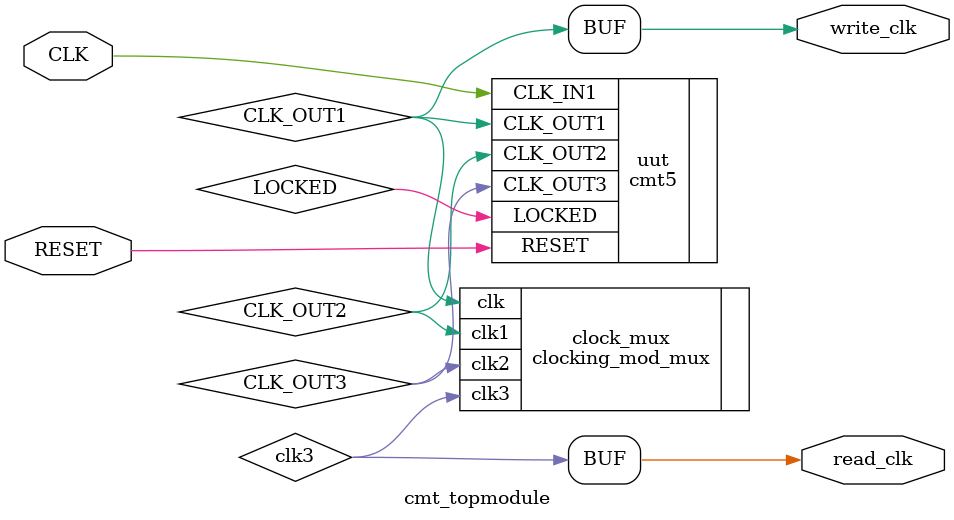
<source format=v>
`timescale 1ns / 1ps

module cmt_topmodule(
input CLK,
input RESET,
output  read_clk,
output  write_clk
    );
//input
   reg CLK_IN1;

// Outputs
	wire CLK_OUT1;
	wire CLK_OUT2;
	wire CLK_OUT3;
	wire LOCKED;
	wire clk3;
// Instantiate the Unit Under Test (UUT)
	cmt5 uut (
		//.CLK_IN1(CLK_IN1),
      .CLK_IN1(CLK),		
		.CLK_OUT1(CLK_OUT1), 
		.CLK_OUT2(CLK_OUT2), 
		.CLK_OUT3(CLK_OUT3), 
		.RESET(RESET), 
		.LOCKED(LOCKED)
	);
	clocking_mod_mux clock_mux (
		.clk(CLK_OUT1),	
		.clk1(CLK_OUT2), 
		.clk2(CLK_OUT3), 
		.clk3(clk3) 
	);
      
   //parameter p=10;   
   //initial CLK_IN1=0;
	//assign CLK_IN1=CLK;
	//always begin #10CLK_IN1=~CLK_IN1;end
	assign read_clk=clk3;
	assign write_clk=CLK_OUT1;

endmodule

</source>
